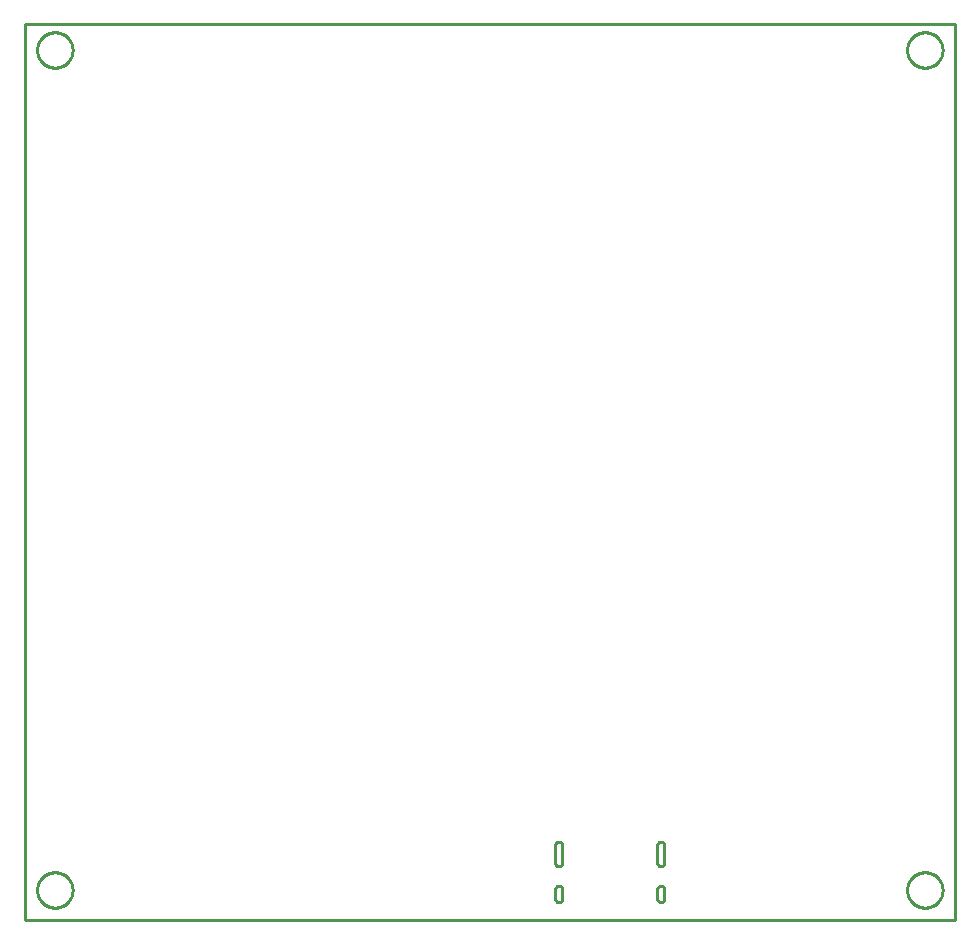
<source format=gbr>
G04 EAGLE Gerber RS-274X export*
G75*
%MOMM*%
%FSLAX34Y34*%
%LPD*%
%IN*%
%IPPOS*%
%AMOC8*
5,1,8,0,0,1.08239X$1,22.5*%
G01*
%ADD10C,0.254000*%


D10*
X0Y0D02*
X787200Y0D01*
X787200Y758700D01*
X0Y758700D01*
X0Y0D01*
X449050Y18050D02*
X449061Y17789D01*
X449096Y17529D01*
X449152Y17274D01*
X449231Y17024D01*
X449331Y16782D01*
X449452Y16550D01*
X449593Y16329D01*
X449752Y16122D01*
X449929Y15929D01*
X450122Y15752D01*
X450329Y15593D01*
X450550Y15452D01*
X450782Y15331D01*
X451024Y15231D01*
X451274Y15152D01*
X451529Y15096D01*
X451789Y15061D01*
X452050Y15050D01*
X452311Y15061D01*
X452571Y15096D01*
X452826Y15152D01*
X453076Y15231D01*
X453318Y15331D01*
X453550Y15452D01*
X453771Y15593D01*
X453978Y15752D01*
X454171Y15929D01*
X454348Y16122D01*
X454507Y16329D01*
X454648Y16550D01*
X454769Y16782D01*
X454869Y17024D01*
X454948Y17274D01*
X455004Y17529D01*
X455039Y17789D01*
X455050Y18050D01*
X455050Y26050D01*
X455039Y26311D01*
X455004Y26571D01*
X454948Y26826D01*
X454869Y27076D01*
X454769Y27318D01*
X454648Y27550D01*
X454507Y27771D01*
X454348Y27978D01*
X454171Y28171D01*
X453978Y28348D01*
X453771Y28507D01*
X453550Y28648D01*
X453318Y28769D01*
X453076Y28869D01*
X452826Y28948D01*
X452571Y29004D01*
X452311Y29039D01*
X452050Y29050D01*
X451789Y29039D01*
X451529Y29004D01*
X451274Y28948D01*
X451024Y28869D01*
X450782Y28769D01*
X450550Y28648D01*
X450329Y28507D01*
X450122Y28348D01*
X449929Y28171D01*
X449752Y27978D01*
X449593Y27771D01*
X449452Y27550D01*
X449331Y27318D01*
X449231Y27076D01*
X449152Y26826D01*
X449096Y26571D01*
X449061Y26311D01*
X449050Y26050D01*
X449050Y18050D01*
X535550Y18050D02*
X535561Y17789D01*
X535596Y17529D01*
X535652Y17274D01*
X535731Y17024D01*
X535831Y16782D01*
X535952Y16550D01*
X536093Y16329D01*
X536252Y16122D01*
X536429Y15929D01*
X536622Y15752D01*
X536829Y15593D01*
X537050Y15452D01*
X537282Y15331D01*
X537524Y15231D01*
X537774Y15152D01*
X538029Y15096D01*
X538289Y15061D01*
X538550Y15050D01*
X538811Y15061D01*
X539071Y15096D01*
X539326Y15152D01*
X539576Y15231D01*
X539818Y15331D01*
X540050Y15452D01*
X540271Y15593D01*
X540478Y15752D01*
X540671Y15929D01*
X540848Y16122D01*
X541007Y16329D01*
X541148Y16550D01*
X541269Y16782D01*
X541369Y17024D01*
X541448Y17274D01*
X541504Y17529D01*
X541539Y17789D01*
X541550Y18050D01*
X541550Y26050D01*
X541539Y26311D01*
X541504Y26571D01*
X541448Y26826D01*
X541369Y27076D01*
X541269Y27318D01*
X541148Y27550D01*
X541007Y27771D01*
X540848Y27978D01*
X540671Y28171D01*
X540478Y28348D01*
X540271Y28507D01*
X540050Y28648D01*
X539818Y28769D01*
X539576Y28869D01*
X539326Y28948D01*
X539071Y29004D01*
X538811Y29039D01*
X538550Y29050D01*
X538289Y29039D01*
X538029Y29004D01*
X537774Y28948D01*
X537524Y28869D01*
X537282Y28769D01*
X537050Y28648D01*
X536829Y28507D01*
X536622Y28348D01*
X536429Y28171D01*
X536252Y27978D01*
X536093Y27771D01*
X535952Y27550D01*
X535831Y27318D01*
X535731Y27076D01*
X535652Y26826D01*
X535596Y26571D01*
X535561Y26311D01*
X535550Y26050D01*
X535550Y18050D01*
X449050Y48350D02*
X449061Y48089D01*
X449096Y47829D01*
X449152Y47574D01*
X449231Y47324D01*
X449331Y47082D01*
X449452Y46850D01*
X449593Y46629D01*
X449752Y46422D01*
X449929Y46229D01*
X450122Y46052D01*
X450329Y45893D01*
X450550Y45752D01*
X450782Y45631D01*
X451024Y45531D01*
X451274Y45452D01*
X451529Y45396D01*
X451789Y45361D01*
X452050Y45350D01*
X452311Y45361D01*
X452571Y45396D01*
X452826Y45452D01*
X453076Y45531D01*
X453318Y45631D01*
X453550Y45752D01*
X453771Y45893D01*
X453978Y46052D01*
X454171Y46229D01*
X454348Y46422D01*
X454507Y46629D01*
X454648Y46850D01*
X454769Y47082D01*
X454869Y47324D01*
X454948Y47574D01*
X455004Y47829D01*
X455039Y48089D01*
X455050Y48350D01*
X455050Y63350D01*
X455039Y63611D01*
X455004Y63871D01*
X454948Y64126D01*
X454869Y64376D01*
X454769Y64618D01*
X454648Y64850D01*
X454507Y65071D01*
X454348Y65278D01*
X454171Y65471D01*
X453978Y65648D01*
X453771Y65807D01*
X453550Y65948D01*
X453318Y66069D01*
X453076Y66169D01*
X452826Y66248D01*
X452571Y66304D01*
X452311Y66339D01*
X452050Y66350D01*
X451789Y66339D01*
X451529Y66304D01*
X451274Y66248D01*
X451024Y66169D01*
X450782Y66069D01*
X450550Y65948D01*
X450329Y65807D01*
X450122Y65648D01*
X449929Y65471D01*
X449752Y65278D01*
X449593Y65071D01*
X449452Y64850D01*
X449331Y64618D01*
X449231Y64376D01*
X449152Y64126D01*
X449096Y63871D01*
X449061Y63611D01*
X449050Y63350D01*
X449050Y48350D01*
X535550Y48350D02*
X535561Y48089D01*
X535596Y47829D01*
X535652Y47574D01*
X535731Y47324D01*
X535831Y47082D01*
X535952Y46850D01*
X536093Y46629D01*
X536252Y46422D01*
X536429Y46229D01*
X536622Y46052D01*
X536829Y45893D01*
X537050Y45752D01*
X537282Y45631D01*
X537524Y45531D01*
X537774Y45452D01*
X538029Y45396D01*
X538289Y45361D01*
X538550Y45350D01*
X538811Y45361D01*
X539071Y45396D01*
X539326Y45452D01*
X539576Y45531D01*
X539818Y45631D01*
X540050Y45752D01*
X540271Y45893D01*
X540478Y46052D01*
X540671Y46229D01*
X540848Y46422D01*
X541007Y46629D01*
X541148Y46850D01*
X541269Y47082D01*
X541369Y47324D01*
X541448Y47574D01*
X541504Y47829D01*
X541539Y48089D01*
X541550Y48350D01*
X541550Y63350D01*
X541539Y63611D01*
X541504Y63871D01*
X541448Y64126D01*
X541369Y64376D01*
X541269Y64618D01*
X541148Y64850D01*
X541007Y65071D01*
X540848Y65278D01*
X540671Y65471D01*
X540478Y65648D01*
X540271Y65807D01*
X540050Y65948D01*
X539818Y66069D01*
X539576Y66169D01*
X539326Y66248D01*
X539071Y66304D01*
X538811Y66339D01*
X538550Y66350D01*
X538289Y66339D01*
X538029Y66304D01*
X537774Y66248D01*
X537524Y66169D01*
X537282Y66069D01*
X537050Y65948D01*
X536829Y65807D01*
X536622Y65648D01*
X536429Y65471D01*
X536252Y65278D01*
X536093Y65071D01*
X535952Y64850D01*
X535831Y64618D01*
X535731Y64376D01*
X535652Y64126D01*
X535596Y63871D01*
X535561Y63611D01*
X535550Y63350D01*
X535550Y48350D01*
X40400Y24864D02*
X40324Y23796D01*
X40171Y22735D01*
X39943Y21688D01*
X39641Y20660D01*
X39267Y19656D01*
X38822Y18681D01*
X38308Y17741D01*
X37729Y16840D01*
X37087Y15982D01*
X36385Y15172D01*
X35628Y14415D01*
X34818Y13713D01*
X33960Y13071D01*
X33059Y12492D01*
X32119Y11978D01*
X31144Y11533D01*
X30140Y11159D01*
X29112Y10857D01*
X28065Y10629D01*
X27004Y10476D01*
X25936Y10400D01*
X24864Y10400D01*
X23796Y10476D01*
X22735Y10629D01*
X21688Y10857D01*
X20660Y11159D01*
X19656Y11533D01*
X18681Y11978D01*
X17741Y12492D01*
X16840Y13071D01*
X15982Y13713D01*
X15172Y14415D01*
X14415Y15172D01*
X13713Y15982D01*
X13071Y16840D01*
X12492Y17741D01*
X11978Y18681D01*
X11533Y19656D01*
X11159Y20660D01*
X10857Y21688D01*
X10629Y22735D01*
X10476Y23796D01*
X10400Y24864D01*
X10400Y25936D01*
X10476Y27004D01*
X10629Y28065D01*
X10857Y29112D01*
X11159Y30140D01*
X11533Y31144D01*
X11978Y32119D01*
X12492Y33059D01*
X13071Y33960D01*
X13713Y34818D01*
X14415Y35628D01*
X15172Y36385D01*
X15982Y37087D01*
X16840Y37729D01*
X17741Y38308D01*
X18681Y38822D01*
X19656Y39267D01*
X20660Y39641D01*
X21688Y39943D01*
X22735Y40171D01*
X23796Y40324D01*
X24864Y40400D01*
X25936Y40400D01*
X27004Y40324D01*
X28065Y40171D01*
X29112Y39943D01*
X30140Y39641D01*
X31144Y39267D01*
X32119Y38822D01*
X33059Y38308D01*
X33960Y37729D01*
X34818Y37087D01*
X35628Y36385D01*
X36385Y35628D01*
X37087Y34818D01*
X37729Y33960D01*
X38308Y33059D01*
X38822Y32119D01*
X39267Y31144D01*
X39641Y30140D01*
X39943Y29112D01*
X40171Y28065D01*
X40324Y27004D01*
X40400Y25936D01*
X40400Y24864D01*
X40400Y736064D02*
X40324Y734996D01*
X40171Y733935D01*
X39943Y732888D01*
X39641Y731860D01*
X39267Y730856D01*
X38822Y729881D01*
X38308Y728941D01*
X37729Y728040D01*
X37087Y727182D01*
X36385Y726372D01*
X35628Y725615D01*
X34818Y724913D01*
X33960Y724271D01*
X33059Y723692D01*
X32119Y723178D01*
X31144Y722733D01*
X30140Y722359D01*
X29112Y722057D01*
X28065Y721829D01*
X27004Y721676D01*
X25936Y721600D01*
X24864Y721600D01*
X23796Y721676D01*
X22735Y721829D01*
X21688Y722057D01*
X20660Y722359D01*
X19656Y722733D01*
X18681Y723178D01*
X17741Y723692D01*
X16840Y724271D01*
X15982Y724913D01*
X15172Y725615D01*
X14415Y726372D01*
X13713Y727182D01*
X13071Y728040D01*
X12492Y728941D01*
X11978Y729881D01*
X11533Y730856D01*
X11159Y731860D01*
X10857Y732888D01*
X10629Y733935D01*
X10476Y734996D01*
X10400Y736064D01*
X10400Y737136D01*
X10476Y738204D01*
X10629Y739265D01*
X10857Y740312D01*
X11159Y741340D01*
X11533Y742344D01*
X11978Y743319D01*
X12492Y744259D01*
X13071Y745160D01*
X13713Y746018D01*
X14415Y746828D01*
X15172Y747585D01*
X15982Y748287D01*
X16840Y748929D01*
X17741Y749508D01*
X18681Y750022D01*
X19656Y750467D01*
X20660Y750841D01*
X21688Y751143D01*
X22735Y751371D01*
X23796Y751524D01*
X24864Y751600D01*
X25936Y751600D01*
X27004Y751524D01*
X28065Y751371D01*
X29112Y751143D01*
X30140Y750841D01*
X31144Y750467D01*
X32119Y750022D01*
X33059Y749508D01*
X33960Y748929D01*
X34818Y748287D01*
X35628Y747585D01*
X36385Y746828D01*
X37087Y746018D01*
X37729Y745160D01*
X38308Y744259D01*
X38822Y743319D01*
X39267Y742344D01*
X39641Y741340D01*
X39943Y740312D01*
X40171Y739265D01*
X40324Y738204D01*
X40400Y737136D01*
X40400Y736064D01*
X777000Y24864D02*
X776924Y23796D01*
X776771Y22735D01*
X776543Y21688D01*
X776241Y20660D01*
X775867Y19656D01*
X775422Y18681D01*
X774908Y17741D01*
X774329Y16840D01*
X773687Y15982D01*
X772985Y15172D01*
X772228Y14415D01*
X771418Y13713D01*
X770560Y13071D01*
X769659Y12492D01*
X768719Y11978D01*
X767744Y11533D01*
X766740Y11159D01*
X765712Y10857D01*
X764665Y10629D01*
X763604Y10476D01*
X762536Y10400D01*
X761464Y10400D01*
X760396Y10476D01*
X759335Y10629D01*
X758288Y10857D01*
X757260Y11159D01*
X756256Y11533D01*
X755281Y11978D01*
X754341Y12492D01*
X753440Y13071D01*
X752582Y13713D01*
X751772Y14415D01*
X751015Y15172D01*
X750313Y15982D01*
X749671Y16840D01*
X749092Y17741D01*
X748578Y18681D01*
X748133Y19656D01*
X747759Y20660D01*
X747457Y21688D01*
X747229Y22735D01*
X747076Y23796D01*
X747000Y24864D01*
X747000Y25936D01*
X747076Y27004D01*
X747229Y28065D01*
X747457Y29112D01*
X747759Y30140D01*
X748133Y31144D01*
X748578Y32119D01*
X749092Y33059D01*
X749671Y33960D01*
X750313Y34818D01*
X751015Y35628D01*
X751772Y36385D01*
X752582Y37087D01*
X753440Y37729D01*
X754341Y38308D01*
X755281Y38822D01*
X756256Y39267D01*
X757260Y39641D01*
X758288Y39943D01*
X759335Y40171D01*
X760396Y40324D01*
X761464Y40400D01*
X762536Y40400D01*
X763604Y40324D01*
X764665Y40171D01*
X765712Y39943D01*
X766740Y39641D01*
X767744Y39267D01*
X768719Y38822D01*
X769659Y38308D01*
X770560Y37729D01*
X771418Y37087D01*
X772228Y36385D01*
X772985Y35628D01*
X773687Y34818D01*
X774329Y33960D01*
X774908Y33059D01*
X775422Y32119D01*
X775867Y31144D01*
X776241Y30140D01*
X776543Y29112D01*
X776771Y28065D01*
X776924Y27004D01*
X777000Y25936D01*
X777000Y24864D01*
X777000Y736064D02*
X776924Y734996D01*
X776771Y733935D01*
X776543Y732888D01*
X776241Y731860D01*
X775867Y730856D01*
X775422Y729881D01*
X774908Y728941D01*
X774329Y728040D01*
X773687Y727182D01*
X772985Y726372D01*
X772228Y725615D01*
X771418Y724913D01*
X770560Y724271D01*
X769659Y723692D01*
X768719Y723178D01*
X767744Y722733D01*
X766740Y722359D01*
X765712Y722057D01*
X764665Y721829D01*
X763604Y721676D01*
X762536Y721600D01*
X761464Y721600D01*
X760396Y721676D01*
X759335Y721829D01*
X758288Y722057D01*
X757260Y722359D01*
X756256Y722733D01*
X755281Y723178D01*
X754341Y723692D01*
X753440Y724271D01*
X752582Y724913D01*
X751772Y725615D01*
X751015Y726372D01*
X750313Y727182D01*
X749671Y728040D01*
X749092Y728941D01*
X748578Y729881D01*
X748133Y730856D01*
X747759Y731860D01*
X747457Y732888D01*
X747229Y733935D01*
X747076Y734996D01*
X747000Y736064D01*
X747000Y737136D01*
X747076Y738204D01*
X747229Y739265D01*
X747457Y740312D01*
X747759Y741340D01*
X748133Y742344D01*
X748578Y743319D01*
X749092Y744259D01*
X749671Y745160D01*
X750313Y746018D01*
X751015Y746828D01*
X751772Y747585D01*
X752582Y748287D01*
X753440Y748929D01*
X754341Y749508D01*
X755281Y750022D01*
X756256Y750467D01*
X757260Y750841D01*
X758288Y751143D01*
X759335Y751371D01*
X760396Y751524D01*
X761464Y751600D01*
X762536Y751600D01*
X763604Y751524D01*
X764665Y751371D01*
X765712Y751143D01*
X766740Y750841D01*
X767744Y750467D01*
X768719Y750022D01*
X769659Y749508D01*
X770560Y748929D01*
X771418Y748287D01*
X772228Y747585D01*
X772985Y746828D01*
X773687Y746018D01*
X774329Y745160D01*
X774908Y744259D01*
X775422Y743319D01*
X775867Y742344D01*
X776241Y741340D01*
X776543Y740312D01*
X776771Y739265D01*
X776924Y738204D01*
X777000Y737136D01*
X777000Y736064D01*
M02*

</source>
